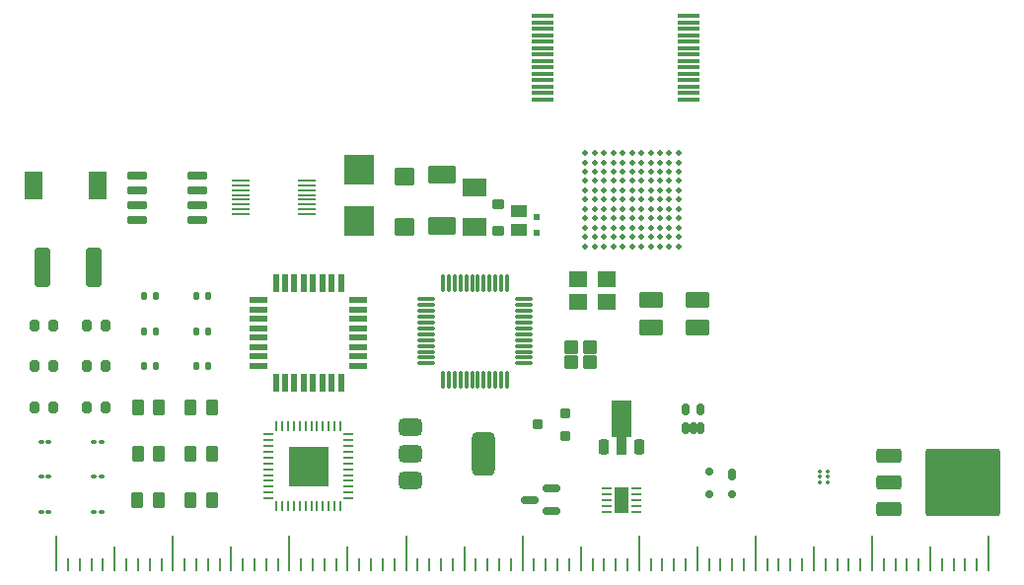
<source format=gbr>
%TF.GenerationSoftware,KiCad,Pcbnew,8.0.2-1*%
%TF.CreationDate,2024-06-21T15:15:20-04:00*%
%TF.ProjectId,businessCard,62757369-6e65-4737-9343-6172642e6b69,rev?*%
%TF.SameCoordinates,Original*%
%TF.FileFunction,Soldermask,Bot*%
%TF.FilePolarity,Negative*%
%FSLAX46Y46*%
G04 Gerber Fmt 4.6, Leading zero omitted, Abs format (unit mm)*
G04 Created by KiCad (PCBNEW 8.0.2-1) date 2024-06-21 15:15:20*
%MOMM*%
%LPD*%
G01*
G04 APERTURE LIST*
G04 Aperture macros list*
%AMRoundRect*
0 Rectangle with rounded corners*
0 $1 Rounding radius*
0 $2 $3 $4 $5 $6 $7 $8 $9 X,Y pos of 4 corners*
0 Add a 4 corners polygon primitive as box body*
4,1,4,$2,$3,$4,$5,$6,$7,$8,$9,$2,$3,0*
0 Add four circle primitives for the rounded corners*
1,1,$1+$1,$2,$3*
1,1,$1+$1,$4,$5*
1,1,$1+$1,$6,$7*
1,1,$1+$1,$8,$9*
0 Add four rect primitives between the rounded corners*
20,1,$1+$1,$2,$3,$4,$5,0*
20,1,$1+$1,$4,$5,$6,$7,0*
20,1,$1+$1,$6,$7,$8,$9,0*
20,1,$1+$1,$8,$9,$2,$3,0*%
%AMFreePoly0*
4,1,9,3.862500,-0.866500,0.737500,-0.866500,0.737500,-0.450000,-0.737500,-0.450000,-0.737500,0.450000,0.737500,0.450000,0.737500,0.866500,3.862500,0.866500,3.862500,-0.866500,3.862500,-0.866500,$1*%
G04 Aperture macros list end*
%ADD10C,0.150000*%
%ADD11RoundRect,0.062500X0.675000X0.062500X-0.675000X0.062500X-0.675000X-0.062500X0.675000X-0.062500X0*%
%ADD12RoundRect,0.250000X0.262500X0.450000X-0.262500X0.450000X-0.262500X-0.450000X0.262500X-0.450000X0*%
%ADD13RoundRect,0.101600X0.200000X0.375000X-0.200000X0.375000X-0.200000X-0.375000X0.200000X-0.375000X0*%
%ADD14RoundRect,0.100000X0.130000X0.100000X-0.130000X0.100000X-0.130000X-0.100000X0.130000X-0.100000X0*%
%ADD15RoundRect,0.200000X0.200000X0.275000X-0.200000X0.275000X-0.200000X-0.275000X0.200000X-0.275000X0*%
%ADD16R,1.870000X0.380000*%
%ADD17RoundRect,0.101600X0.525000X0.450000X-0.525000X0.450000X-0.525000X-0.450000X0.525000X-0.450000X0*%
%ADD18C,0.500000*%
%ADD19RoundRect,0.200000X0.250000X0.200000X-0.250000X0.200000X-0.250000X-0.200000X0.250000X-0.200000X0*%
%ADD20RoundRect,0.135000X0.135000X0.185000X-0.135000X0.185000X-0.135000X-0.185000X0.135000X-0.185000X0*%
%ADD21RoundRect,0.250000X0.400000X1.450000X-0.400000X1.450000X-0.400000X-1.450000X0.400000X-1.450000X0*%
%ADD22RoundRect,0.101600X0.175000X-0.175000X0.175000X0.175000X-0.175000X0.175000X-0.175000X-0.175000X0*%
%ADD23RoundRect,0.067500X0.097500X0.067500X-0.097500X0.067500X-0.097500X-0.067500X0.097500X-0.067500X0*%
%ADD24R,1.500000X2.400000*%
%ADD25RoundRect,0.075000X0.662500X0.075000X-0.662500X0.075000X-0.662500X-0.075000X0.662500X-0.075000X0*%
%ADD26RoundRect,0.075000X0.075000X0.662500X-0.075000X0.662500X-0.075000X-0.662500X0.075000X-0.662500X0*%
%ADD27RoundRect,0.101600X-0.700000X-0.600000X0.700000X-0.600000X0.700000X0.600000X-0.700000X0.600000X0*%
%ADD28RoundRect,0.101600X0.600000X-0.400000X0.600000X0.400000X-0.600000X0.400000X-0.600000X-0.400000X0*%
%ADD29RoundRect,0.375000X-0.625000X-0.375000X0.625000X-0.375000X0.625000X0.375000X-0.625000X0.375000X0*%
%ADD30RoundRect,0.500000X-0.500000X-1.400000X0.500000X-1.400000X0.500000X1.400000X-0.500000X1.400000X0*%
%ADD31RoundRect,0.101600X0.900000X0.600000X-0.900000X0.600000X-0.900000X-0.600000X0.900000X-0.600000X0*%
%ADD32RoundRect,0.101600X1.200000X-1.200000X1.200000X1.200000X-1.200000X1.200000X-1.200000X-1.200000X0*%
%ADD33RoundRect,0.250000X-0.850000X-0.350000X0.850000X-0.350000X0.850000X0.350000X-0.850000X0.350000X0*%
%ADD34RoundRect,0.249997X-2.950003X-2.650003X2.950003X-2.650003X2.950003X2.650003X-2.950003X2.650003X0*%
%ADD35RoundRect,0.101600X-1.050000X0.700000X-1.050000X-0.700000X1.050000X-0.700000X1.050000X0.700000X0*%
%ADD36RoundRect,0.062500X0.337500X0.062500X-0.337500X0.062500X-0.337500X-0.062500X0.337500X-0.062500X0*%
%ADD37R,1.300000X2.200000*%
%ADD38RoundRect,0.062500X0.062500X0.337500X-0.062500X0.337500X-0.062500X-0.337500X0.062500X-0.337500X0*%
%ADD39R,3.500000X3.500000*%
%ADD40RoundRect,0.175000X0.175000X0.325000X-0.175000X0.325000X-0.175000X-0.325000X0.175000X-0.325000X0*%
%ADD41RoundRect,0.150000X0.200000X0.150000X-0.200000X0.150000X-0.200000X-0.150000X0.200000X-0.150000X0*%
%ADD42RoundRect,0.101600X0.900000X-0.700000X0.900000X0.700000X-0.900000X0.700000X-0.900000X-0.700000X0*%
%ADD43RoundRect,0.150000X0.725000X0.150000X-0.725000X0.150000X-0.725000X-0.150000X0.725000X-0.150000X0*%
%ADD44RoundRect,0.101600X0.735000X-0.635000X0.735000X0.635000X-0.735000X0.635000X-0.735000X-0.635000X0*%
%ADD45RoundRect,0.101600X-0.735000X0.635000X-0.735000X-0.635000X0.735000X-0.635000X0.735000X0.635000X0*%
%ADD46R,1.600000X0.550000*%
%ADD47R,0.550000X1.600000*%
%ADD48RoundRect,0.150000X0.587500X0.150000X-0.587500X0.150000X-0.587500X-0.150000X0.587500X-0.150000X0*%
%ADD49RoundRect,0.225000X0.225000X-0.425000X0.225000X0.425000X-0.225000X0.425000X-0.225000X-0.425000X0*%
%ADD50FreePoly0,90.000000*%
%ADD51RoundRect,0.101600X-0.415000X0.315000X-0.415000X-0.315000X0.415000X-0.315000X0.415000X0.315000X0*%
G04 APERTURE END LIST*
D10*
%TO.C,Ruler*%
X105500000Y-87500000D02*
X105500000Y-90500000D01*
X106500000Y-89500000D02*
X106500000Y-90500000D01*
X107500000Y-89500000D02*
X107500000Y-90500000D01*
X108500000Y-89500000D02*
X108500000Y-90500000D01*
X109500000Y-89500000D02*
X109500000Y-90500000D01*
X110500000Y-88500000D02*
X110500000Y-90500000D01*
X111500000Y-89500000D02*
X111500000Y-90500000D01*
X112500000Y-89500000D02*
X112500000Y-90500000D01*
X113500000Y-89500000D02*
X113500000Y-90500000D01*
X114500000Y-89500000D02*
X114500000Y-90500000D01*
X115500000Y-87500000D02*
X115500000Y-90500000D01*
X116500000Y-89500000D02*
X116500000Y-90500000D01*
X117500000Y-89500000D02*
X117500000Y-90500000D01*
X118500000Y-89500000D02*
X118500000Y-90500000D01*
X119500000Y-89500000D02*
X119500000Y-90500000D01*
X120500000Y-88500000D02*
X120500000Y-90500000D01*
X121500000Y-89500000D02*
X121500000Y-90500000D01*
X122500000Y-89500000D02*
X122500000Y-90500000D01*
X123500000Y-89500000D02*
X123500000Y-90500000D01*
X124500000Y-89500000D02*
X124500000Y-90500000D01*
X125500000Y-87500000D02*
X125500000Y-90500000D01*
X126500000Y-89500000D02*
X126500000Y-90500000D01*
X127500000Y-89500000D02*
X127500000Y-90500000D01*
X128500000Y-89500000D02*
X128500000Y-90500000D01*
X129500000Y-89500000D02*
X129500000Y-90500000D01*
X130500000Y-88500000D02*
X130500000Y-90500000D01*
X131500000Y-89500000D02*
X131500000Y-90500000D01*
X132500000Y-89500000D02*
X132500000Y-90500000D01*
X133500000Y-89500000D02*
X133500000Y-90500000D01*
X134500000Y-89500000D02*
X134500000Y-90500000D01*
X135500000Y-87500000D02*
X135500000Y-90500000D01*
X136500000Y-89500000D02*
X136500000Y-90500000D01*
X137500000Y-89500000D02*
X137500000Y-90500000D01*
X138500000Y-89500000D02*
X138500000Y-90500000D01*
X139500000Y-89500000D02*
X139500000Y-90500000D01*
X140500000Y-88500000D02*
X140500000Y-90500000D01*
X141500000Y-89500000D02*
X141500000Y-90500000D01*
X142500000Y-89500000D02*
X142500000Y-90500000D01*
X143500000Y-89500000D02*
X143500000Y-90500000D01*
X144500000Y-89500000D02*
X144500000Y-90500000D01*
X145500000Y-87500000D02*
X145500000Y-90500000D01*
X146500000Y-89500000D02*
X146500000Y-90500000D01*
X147500000Y-89500000D02*
X147500000Y-90500000D01*
X148500000Y-89500000D02*
X148500000Y-90500000D01*
X149500000Y-89500000D02*
X149500000Y-90500000D01*
X150500000Y-88500000D02*
X150500000Y-90500000D01*
X151500000Y-89500000D02*
X151500000Y-90500000D01*
X152500000Y-89500000D02*
X152500000Y-90500000D01*
X153500000Y-89500000D02*
X153500000Y-90500000D01*
X154500000Y-89500000D02*
X154500000Y-90500000D01*
X155500000Y-87500000D02*
X155500000Y-90500000D01*
X156500000Y-89500000D02*
X156500000Y-90500000D01*
X157500000Y-89500000D02*
X157500000Y-90500000D01*
X158500000Y-89500000D02*
X158500000Y-90500000D01*
X159500000Y-89500000D02*
X159500000Y-90500000D01*
X160500000Y-88500000D02*
X160500000Y-90500000D01*
X161500000Y-89500000D02*
X161500000Y-90500000D01*
X162500000Y-89500000D02*
X162500000Y-90500000D01*
X163500000Y-89500000D02*
X163500000Y-90500000D01*
X164500000Y-89500000D02*
X164500000Y-90500000D01*
X165500000Y-87500000D02*
X165500000Y-90500000D01*
X166500000Y-89500000D02*
X166500000Y-90500000D01*
X167500000Y-89500000D02*
X167500000Y-90500000D01*
X168500000Y-89500000D02*
X168500000Y-90500000D01*
X169500000Y-89500000D02*
X169500000Y-90500000D01*
X170500000Y-88500000D02*
X170500000Y-90500000D01*
X171500000Y-89500000D02*
X171500000Y-90500000D01*
X172500000Y-89500000D02*
X172500000Y-90500000D01*
X173500000Y-89500000D02*
X173500000Y-90500000D01*
X174500000Y-89500000D02*
X174500000Y-90500000D01*
X175500000Y-87500000D02*
X175500000Y-90500000D01*
X176500000Y-89500000D02*
X176500000Y-90500000D01*
X177500000Y-89500000D02*
X177500000Y-90500000D01*
X178500000Y-89500000D02*
X178500000Y-90500000D01*
X179500000Y-89500000D02*
X179500000Y-90500000D01*
X180500000Y-88500000D02*
X180500000Y-90500000D01*
X181500000Y-89500000D02*
X181500000Y-90500000D01*
X182500000Y-89500000D02*
X182500000Y-90500000D01*
X183500000Y-89500000D02*
X183500000Y-90500000D01*
X184500000Y-89500000D02*
X184500000Y-90500000D01*
X185500000Y-87500000D02*
X185500000Y-87500000D01*
X185500000Y-87500000D02*
X185500000Y-90500000D01*
%TD*%
D11*
%TO.C,TSSOP-16*%
X127000000Y-57100000D03*
X127000000Y-57500000D03*
X127000000Y-57900000D03*
X127000000Y-58300000D03*
X127000000Y-58700000D03*
X127000000Y-59100000D03*
X127000000Y-59500000D03*
X127000000Y-59900000D03*
X121275000Y-59900000D03*
X121275000Y-59500000D03*
X121275000Y-59100000D03*
X121275000Y-58700000D03*
X121275000Y-58300000D03*
X121275000Y-57900000D03*
X121275000Y-57500000D03*
X121275000Y-57100000D03*
%TD*%
D12*
%TO.C,0805*%
X114325000Y-80500000D03*
X112500000Y-80500000D03*
%TD*%
D13*
%TO.C,SC-70*%
X160800000Y-78325000D03*
X160150000Y-78325000D03*
X159500000Y-78325000D03*
X159500000Y-76675000D03*
X160800000Y-76675000D03*
%TD*%
D12*
%TO.C,0805*%
X118825000Y-76500000D03*
X117000000Y-76500000D03*
%TD*%
D14*
%TO.C,0201*%
X104840514Y-85500000D03*
X104200514Y-85500000D03*
%TD*%
D15*
%TO.C,0603*%
X109750514Y-69500000D03*
X108100514Y-69500000D03*
%TD*%
D14*
%TO.C,0201*%
X104840514Y-79500000D03*
X104200514Y-79500000D03*
%TD*%
D16*
%TO.C,TSOP-I-28-11.8x8mm*%
X159770000Y-42925000D03*
X159770000Y-43475000D03*
X159770000Y-44025000D03*
X159770000Y-44575000D03*
X159770000Y-45125000D03*
X159770000Y-45675000D03*
X159770000Y-46225000D03*
X159770000Y-46775000D03*
X159770000Y-47325000D03*
X159770000Y-47875000D03*
X159770000Y-48425000D03*
X159770000Y-48975000D03*
X159770000Y-49525000D03*
X159770000Y-50075000D03*
X147230000Y-50075000D03*
X147230000Y-49525000D03*
X147230000Y-48975000D03*
X147230000Y-48425000D03*
X147230000Y-47875000D03*
X147230000Y-47325000D03*
X147230000Y-46775000D03*
X147230000Y-46225000D03*
X147230000Y-45675000D03*
X147230000Y-45125000D03*
X147230000Y-44575000D03*
X147230000Y-44025000D03*
X147230000Y-43475000D03*
X147230000Y-42925000D03*
%TD*%
D17*
%TO.C,2.5x2*%
X151295000Y-72600000D03*
X149705000Y-72600000D03*
X149705000Y-71400000D03*
X151295000Y-71400000D03*
%TD*%
D18*
%TO.C,BGA-121-9x9mm*%
X158900000Y-54700000D03*
X158100000Y-54700000D03*
X157300000Y-54700000D03*
X156500000Y-54700000D03*
X155700000Y-54700000D03*
X154900000Y-54700000D03*
X154100000Y-54700000D03*
X153300000Y-54700000D03*
X152500000Y-54700000D03*
X151700000Y-54700000D03*
X150900000Y-54700000D03*
X158900000Y-55500000D03*
X158100000Y-55500000D03*
X157300000Y-55500000D03*
X156500000Y-55500000D03*
X155700000Y-55500000D03*
X154900000Y-55500000D03*
X154100000Y-55500000D03*
X153300000Y-55500000D03*
X152500000Y-55500000D03*
X151700000Y-55500000D03*
X150900000Y-55500000D03*
X158900000Y-56300000D03*
X158100000Y-56300000D03*
X157300000Y-56300000D03*
X156500000Y-56300000D03*
X155700000Y-56300000D03*
X154900000Y-56300000D03*
X154100000Y-56300000D03*
X153300000Y-56300000D03*
X152500000Y-56300000D03*
X151700000Y-56300000D03*
X150900000Y-56300000D03*
X158900000Y-57100000D03*
X158100000Y-57100000D03*
X157300000Y-57100000D03*
X156500000Y-57100000D03*
X155700000Y-57100000D03*
X154900000Y-57100000D03*
X154100000Y-57100000D03*
X153300000Y-57100000D03*
X152500000Y-57100000D03*
X151700000Y-57100000D03*
X150900000Y-57100000D03*
X158900000Y-57900000D03*
X158100000Y-57900000D03*
X157300000Y-57900000D03*
X156500000Y-57900000D03*
X155700000Y-57900000D03*
X154900000Y-57900000D03*
X154100000Y-57900000D03*
X153300000Y-57900000D03*
X152500000Y-57900000D03*
X151700000Y-57900000D03*
X150900000Y-57900000D03*
X158900000Y-58700000D03*
X158100000Y-58700000D03*
X157300000Y-58700000D03*
X156500000Y-58700000D03*
X155700000Y-58700000D03*
X154900000Y-58700000D03*
X154100000Y-58700000D03*
X153300000Y-58700000D03*
X152500000Y-58700000D03*
X151700000Y-58700000D03*
X150900000Y-58700000D03*
X158900000Y-59500000D03*
X158100000Y-59500000D03*
X157300000Y-59500000D03*
X156500000Y-59500000D03*
X155700000Y-59500000D03*
X154900000Y-59500000D03*
X154100000Y-59500000D03*
X153300000Y-59500000D03*
X152500000Y-59500000D03*
X151700000Y-59500000D03*
X150900000Y-59500000D03*
X158900000Y-60300000D03*
X158100000Y-60300000D03*
X157300000Y-60300000D03*
X156500000Y-60300000D03*
X155700000Y-60300000D03*
X154900000Y-60300000D03*
X154100000Y-60300000D03*
X153300000Y-60300000D03*
X152500000Y-60300000D03*
X151700000Y-60300000D03*
X150900000Y-60300000D03*
X158900000Y-61100000D03*
X158100000Y-61100000D03*
X157300000Y-61100000D03*
X156500000Y-61100000D03*
X155700000Y-61100000D03*
X154900000Y-61100000D03*
X154100000Y-61100000D03*
X153300000Y-61100000D03*
X152500000Y-61100000D03*
X151700000Y-61100000D03*
X150900000Y-61100000D03*
X158900000Y-61900000D03*
X158100000Y-61900000D03*
X157300000Y-61900000D03*
X156500000Y-61900000D03*
X155700000Y-61900000D03*
X154900000Y-61900000D03*
X154100000Y-61900000D03*
X153300000Y-61900000D03*
X152500000Y-61900000D03*
X151700000Y-61900000D03*
X150900000Y-61900000D03*
X158900000Y-62700000D03*
X158100000Y-62700000D03*
X157300000Y-62700000D03*
X156500000Y-62700000D03*
X155700000Y-62700000D03*
X154900000Y-62700000D03*
X154100000Y-62700000D03*
X153300000Y-62700000D03*
X152500000Y-62700000D03*
X151700000Y-62700000D03*
X150900000Y-62700000D03*
%TD*%
D19*
%TO.C,SC-59*%
X149200000Y-77050000D03*
X149200000Y-78950000D03*
X146800000Y-78000000D03*
%TD*%
D14*
%TO.C,0201*%
X109340514Y-82500000D03*
X108700514Y-82500000D03*
%TD*%
D15*
%TO.C,0603*%
X109750514Y-76500000D03*
X108100514Y-76500000D03*
%TD*%
%TO.C,0603*%
X105250514Y-69500000D03*
X103600514Y-69500000D03*
%TD*%
D12*
%TO.C,0805*%
X118825000Y-84500000D03*
X117000000Y-84500000D03*
%TD*%
D14*
%TO.C,0201*%
X109340514Y-79500000D03*
X108700514Y-79500000D03*
%TD*%
D12*
%TO.C,0805*%
X118825000Y-80500000D03*
X117000000Y-80500000D03*
%TD*%
D15*
%TO.C,0603*%
X109750514Y-73000000D03*
X108100514Y-73000000D03*
%TD*%
D20*
%TO.C,0402*%
X114010000Y-67000000D03*
X112990000Y-67000000D03*
%TD*%
%TO.C,0402*%
X114010000Y-73000000D03*
X112990000Y-73000000D03*
%TD*%
D21*
%TO.C,L-1812*%
X108725000Y-64500000D03*
X104275000Y-64500000D03*
%TD*%
D22*
%TO.C,E$42*%
X146740000Y-60190400D03*
X146740000Y-61540400D03*
%TD*%
D12*
%TO.C,0805*%
X114325000Y-76500000D03*
X112500000Y-76500000D03*
%TD*%
%TO.C,0805*%
X114250514Y-84500000D03*
X112425514Y-84500000D03*
%TD*%
D14*
%TO.C,0201*%
X109350514Y-85500000D03*
X108710514Y-85500000D03*
%TD*%
D23*
%TO.C,SOT-886*%
X171680000Y-82000000D03*
X171680000Y-82500000D03*
X171680000Y-83000000D03*
X171000000Y-83000000D03*
X171000000Y-82500000D03*
X171000000Y-82000000D03*
%TD*%
D24*
%TO.C,L-6.3x6.3mm*%
X109000000Y-57500000D03*
X103500000Y-57500000D03*
%TD*%
D25*
%TO.C,TQFP-48-7x7mm*%
X145588014Y-67250992D03*
X145588014Y-67750992D03*
X145588014Y-68250992D03*
X145588014Y-68750992D03*
X145588014Y-69250992D03*
X145588014Y-69750992D03*
X145588014Y-70250992D03*
X145588014Y-70750992D03*
X145588014Y-71250992D03*
X145588014Y-71750992D03*
X145588014Y-72250992D03*
X145588014Y-72750992D03*
D26*
X144175514Y-74163492D03*
X143675514Y-74163492D03*
X143175514Y-74163492D03*
X142675514Y-74163492D03*
X142175514Y-74163492D03*
X141675514Y-74163492D03*
X141175514Y-74163492D03*
X140675514Y-74163492D03*
X140175514Y-74163492D03*
X139675514Y-74163492D03*
X139175514Y-74163492D03*
X138675514Y-74163492D03*
D25*
X137263014Y-72750992D03*
X137263014Y-72250992D03*
X137263014Y-71750992D03*
X137263014Y-71250992D03*
X137263014Y-70750992D03*
X137263014Y-70250992D03*
X137263014Y-69750992D03*
X137263014Y-69250992D03*
X137263014Y-68750992D03*
X137263014Y-68250992D03*
X137263014Y-67750992D03*
X137263014Y-67250992D03*
D26*
X138675514Y-65838492D03*
X139175514Y-65838492D03*
X139675514Y-65838492D03*
X140175514Y-65838492D03*
X140675514Y-65838492D03*
X141175514Y-65838492D03*
X141675514Y-65838492D03*
X142175514Y-65838492D03*
X142675514Y-65838492D03*
X143175514Y-65838492D03*
X143675514Y-65838492D03*
X144175514Y-65838492D03*
%TD*%
D15*
%TO.C,0603*%
X105250514Y-76500000D03*
X103600514Y-76500000D03*
%TD*%
D20*
%TO.C,0402*%
X114010000Y-70000000D03*
X112990000Y-70000000D03*
%TD*%
%TO.C,0402*%
X118510000Y-70000000D03*
X117490000Y-70000000D03*
%TD*%
D27*
%TO.C,3.2x2.5*%
X150300000Y-65550000D03*
X152700000Y-65550000D03*
X152700000Y-67450000D03*
X150300000Y-67450000D03*
%TD*%
D28*
%TO.C,E$41*%
X145216000Y-59709800D03*
X145216000Y-61309800D03*
%TD*%
D29*
%TO.C,SOT-223*%
X135850000Y-82800000D03*
X135850000Y-80500000D03*
X135850000Y-78200000D03*
D30*
X142150000Y-80500000D03*
%TD*%
D31*
%TO.C,5x3.2*%
X160500000Y-69700000D03*
X156500000Y-69700000D03*
X156500000Y-67300000D03*
X160500000Y-67300000D03*
%TD*%
D32*
%TO.C,E$44*%
X131500000Y-56100000D03*
X131500000Y-60500000D03*
%TD*%
D33*
%TO.C,TO-252*%
X176960000Y-85280000D03*
X176960000Y-83000000D03*
D34*
X183260000Y-83000000D03*
D33*
X176960000Y-80720000D03*
%TD*%
D20*
%TO.C,0402*%
X118510000Y-73000000D03*
X117490000Y-73000000D03*
%TD*%
D35*
%TO.C,E$47*%
X138612000Y-56582600D03*
X138612000Y-60982600D03*
%TD*%
D36*
%TO.C,DFN-10*%
X155275000Y-83500000D03*
X155275000Y-84000000D03*
X155275000Y-84500000D03*
X155275000Y-85000000D03*
X155275000Y-85500000D03*
X152725000Y-85500000D03*
X152725000Y-85000000D03*
X152725000Y-84500000D03*
X152725000Y-84000000D03*
X152725000Y-83500000D03*
D37*
X154000000Y-84500000D03*
%TD*%
D36*
%TO.C,QFN-48-7x7mm*%
X130575514Y-78838492D03*
X130575514Y-79338492D03*
X130575514Y-79838492D03*
X130575514Y-80338492D03*
X130575514Y-80838492D03*
X130575514Y-81338492D03*
X130575514Y-81838492D03*
X130575514Y-82338492D03*
X130575514Y-82838492D03*
X130575514Y-83338492D03*
X130575514Y-83838492D03*
X130575514Y-84338492D03*
D38*
X129875514Y-85038492D03*
X129375514Y-85038492D03*
X128875514Y-85038492D03*
X128375514Y-85038492D03*
X127875514Y-85038492D03*
X127375514Y-85038492D03*
X126875514Y-85038492D03*
X126375514Y-85038492D03*
X125875514Y-85038492D03*
X125375514Y-85038492D03*
X124875514Y-85038492D03*
X124375514Y-85038492D03*
D36*
X123675514Y-84338492D03*
X123675514Y-83838492D03*
X123675514Y-83338492D03*
X123675514Y-82838492D03*
X123675514Y-82338492D03*
X123675514Y-81838492D03*
X123675514Y-81338492D03*
X123675514Y-80838492D03*
X123675514Y-80338492D03*
X123675514Y-79838492D03*
X123675514Y-79338492D03*
X123675514Y-78838492D03*
D38*
X124375514Y-78138492D03*
X124875514Y-78138492D03*
X125375514Y-78138492D03*
X125875514Y-78138492D03*
X126375514Y-78138492D03*
X126875514Y-78138492D03*
X127375514Y-78138492D03*
X127875514Y-78138492D03*
X128375514Y-78138492D03*
X128875514Y-78138492D03*
X129375514Y-78138492D03*
X129875514Y-78138492D03*
D39*
X127125514Y-81588492D03*
%TD*%
D20*
%TO.C,0402*%
X118510000Y-67000000D03*
X117490000Y-67000000D03*
%TD*%
D40*
%TO.C,SOT-143*%
X163500000Y-82250000D03*
D41*
X163500000Y-83950000D03*
X161500000Y-83950000D03*
X161500000Y-82050000D03*
%TD*%
D42*
%TO.C,E$49*%
X141406000Y-57616000D03*
X141406000Y-61016000D03*
%TD*%
D15*
%TO.C,0603*%
X105250514Y-73000000D03*
X103600514Y-73000000D03*
%TD*%
D43*
%TO.C,SO-08*%
X117575000Y-56595000D03*
X117575000Y-57865000D03*
X117575000Y-59135000D03*
X117575000Y-60405000D03*
X112425000Y-60405000D03*
X112425000Y-59135000D03*
X112425000Y-57865000D03*
X112425000Y-56595000D03*
%TD*%
D44*
%TO.C,E$43*%
X135411600Y-56759600D03*
D45*
X135411600Y-61059600D03*
%TD*%
D14*
%TO.C,0201*%
X104840514Y-82500000D03*
X104200514Y-82500000D03*
%TD*%
D46*
%TO.C,TQFP-32-7x7mm*%
X131375514Y-67338492D03*
X131375514Y-68138492D03*
X131375514Y-68938492D03*
X131375514Y-69738492D03*
X131375514Y-70538492D03*
X131375514Y-71338492D03*
X131375514Y-72138492D03*
X131375514Y-72938492D03*
D47*
X129925514Y-74388492D03*
X129125514Y-74388492D03*
X128325514Y-74388492D03*
X127525514Y-74388492D03*
X126725514Y-74388492D03*
X125925514Y-74388492D03*
X125125514Y-74388492D03*
X124325514Y-74388492D03*
D46*
X122875514Y-72938492D03*
X122875514Y-72138492D03*
X122875514Y-71338492D03*
X122875514Y-70538492D03*
X122875514Y-69738492D03*
X122875514Y-68938492D03*
X122875514Y-68138492D03*
X122875514Y-67338492D03*
D47*
X124325514Y-65888492D03*
X125125514Y-65888492D03*
X125925514Y-65888492D03*
X126725514Y-65888492D03*
X127525514Y-65888492D03*
X128325514Y-65888492D03*
X129125514Y-65888492D03*
X129925514Y-65888492D03*
%TD*%
D48*
%TO.C,SOT-23*%
X148000000Y-83500000D03*
X148000000Y-85400000D03*
X146125000Y-84450000D03*
%TD*%
D49*
%TO.C,SOT-89*%
X155500000Y-79950000D03*
D50*
X154000000Y-79862500D03*
D49*
X152500000Y-79950000D03*
%TD*%
D51*
%TO.C,E$48*%
X143438000Y-59105800D03*
X143438000Y-61405800D03*
%TD*%
M02*

</source>
